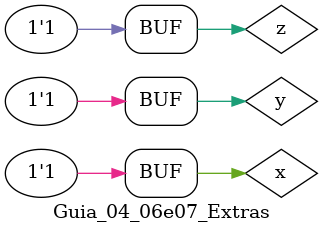
<source format=v>
/*
    -identificação: 

Guia_04_06e07_Extras - 23 / 08 / 2024

Nome: Davi Cândido de Almeida
Matricula: 857859
Código de Pessoa: 1527368

*/


// ---------------------
// -- expression
// ---------------------

module FXYZ (output S1, input X, input Y, input Z);
assign S1 = ( ~X | Y | ~Z ) & ( X | ~Y | ~Z);
endmodule // FXYZ


module fxyz (output s1, input x, input y, input z);
assign s1 = ( ~x & ~y & z ) | ( x & y & ~z);
endmodule // fxyz 



// ---------------------
// -- test_module
// ---------------------
module Guia_04_06e07_Extras;
    reg x, y, z;
    wire s1, S1;
    // instancias
    FXYZ FXYZ (s1_SOP, x, y, z);
    fxyz fxyz (s1_POS, x, y, z);

    // valores iniciais
    initial begin: start
    x=1'bx; y=1'bx; z=1'bx; // indefinidos
    end
    // parte principal
    initial begin: main
    // identificacao
    $display("Exemplo- Davi Cândido de Almeida - 857859");
    $display("\n Atividade Extras 06 e 07)  \n");
    // monitoramento
    $display(" x  y  z =  06 07");
    $monitor("%2b %2b %2b = %2b %2b ", x, y, z, s1_SOP, s1_POS, );
    // sinalizacao
    #1 x=0; y=0; z=0;
    #1 x=0; y=0; z=1;
    #1 x=0; y=1; z=0;
    #1 x=0; y=1; z=1;
    #1 x=1; y=0; z=0;
    #1 x=1; y=0; z=1;
    #1 x=1; y=1; z=0;
    #1 x=1; y=1; z=1;
end
endmodule // test_module
/*
    -Saídas de resultados:

Exemplo- Davi Cândido de Almeida - 857859

 Atividade Extras 06 e 07)  

 x  y  z =  06 07
 x  x  x =  x  x  
 0  0  0 =  1  0  
 0  0  1 =  1  1  
 0  1  0 =  1  0  
 0  1  1 =  0  0  
 1  0  0 =  1  0  
 1  0  1 =  0  0  
 1  1  0 =  1  1  
 1  1  1 =  1  0  


 SOP F (X,Y,Z) = π M ( 0, 1, 2, 4, 6, 7) = (x'•y'•z') + (x•y•z') + (x•y'•z) + (x'•y•z) + (x'•y'•z) + (x'•y'•z')

 POS f (x,y,z) = ∑ m ( 0, 2, 3, 4, 5, 7 ) = (x+y+z) • (x+y'+z) • (x+y'+z') • (x'+y+z) • (x'+y+z') • (x'+y'+z')


*/

/*
    -Notas:

Para compilar: iverilog -o Guia_04_06e07_Extras.vvp Guia_04_06e07_Extras.v
Para executar: vvp Guia_04_06e07_Extras.vvp
*/




</source>
